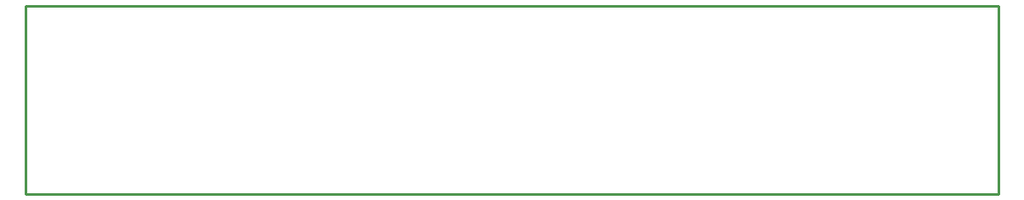
<source format=gko>
G04 Layer: BoardOutlineLayer*
G04 EasyEDA v6.5.51, 2025-08-29 13:17:01*
G04 9dbd3623970045be9e5ad1379a4f5d38,14c8f2514d444a3a831de9b613ea4171,10*
G04 Gerber Generator version 0.2*
G04 Scale: 100 percent, Rotated: No, Reflected: No *
G04 Dimensions in millimeters *
G04 leading zeros omitted , absolute positions ,4 integer and 5 decimal *
%FSLAX45Y45*%
%MOMM*%

%ADD10C,0.2540*%
%ADD11C,0.0119*%
D10*
X15239Y0D02*
G01*
X9690100Y0D01*
X9690100Y-1879600D01*
X15239Y-1879600D01*
X15239Y0D01*

%LPD*%
M02*

</source>
